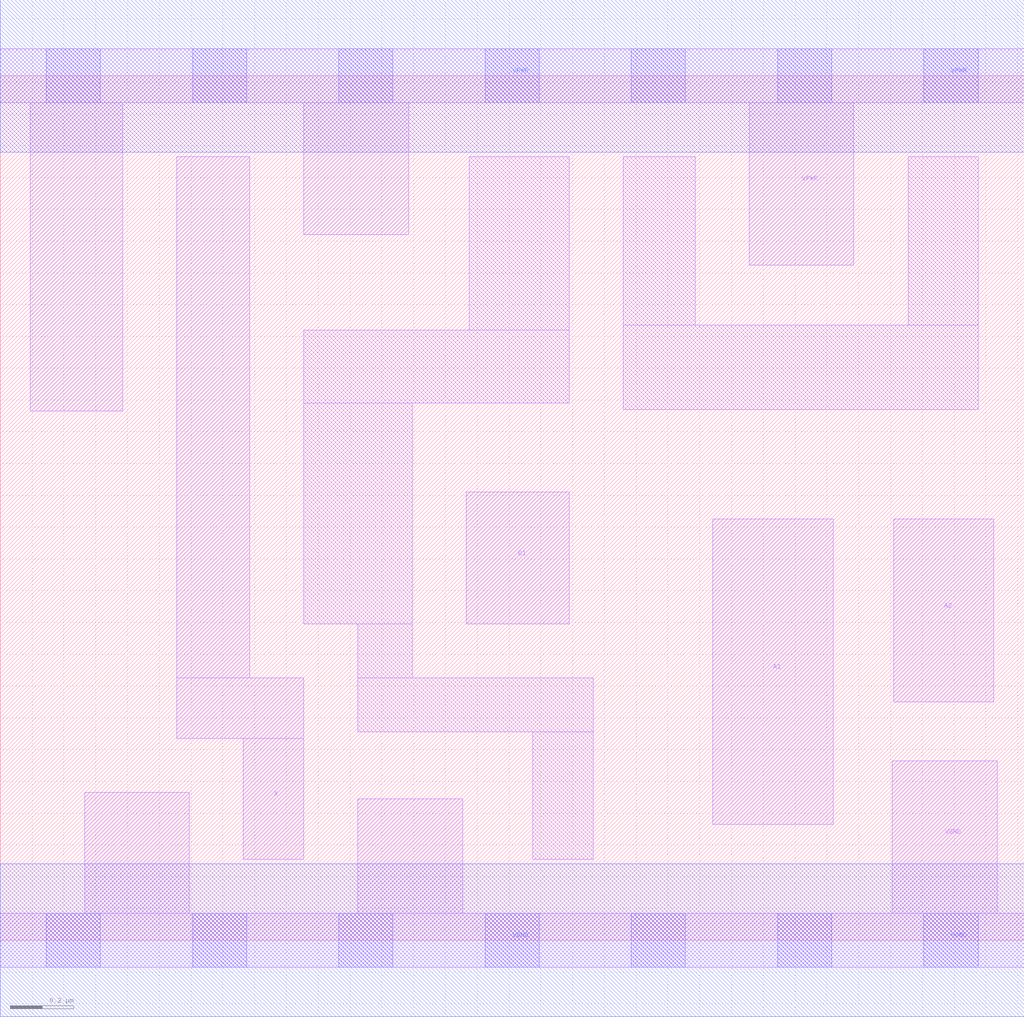
<source format=lef>
# Copyright 2020 The SkyWater PDK Authors
#
# Licensed under the Apache License, Version 2.0 (the "License");
# you may not use this file except in compliance with the License.
# You may obtain a copy of the License at
#
#     https://www.apache.org/licenses/LICENSE-2.0
#
# Unless required by applicable law or agreed to in writing, software
# distributed under the License is distributed on an "AS IS" BASIS,
# WITHOUT WARRANTIES OR CONDITIONS OF ANY KIND, either express or implied.
# See the License for the specific language governing permissions and
# limitations under the License.
#
# SPDX-License-Identifier: Apache-2.0

VERSION 5.7 ;
  NAMESCASESENSITIVE ON ;
  NOWIREEXTENSIONATPIN ON ;
  DIVIDERCHAR "/" ;
  BUSBITCHARS "[]" ;
UNITS
  DATABASE MICRONS 200 ;
END UNITS
MACRO sky130_fd_sc_hd__a21o_2
  CLASS CORE ;
  SOURCE USER ;
  FOREIGN sky130_fd_sc_hd__a21o_2 ;
  ORIGIN  0.000000  0.000000 ;
  SIZE  3.220000 BY  2.720000 ;
  SYMMETRY X Y R90 ;
  SITE unithd ;
  PIN A1
    ANTENNAGATEAREA  0.247500 ;
    DIRECTION INPUT ;
    USE SIGNAL ;
    PORT
      LAYER li1 ;
        RECT 2.240000 0.365000 2.620000 1.325000 ;
    END
  END A1
  PIN A2
    ANTENNAGATEAREA  0.247500 ;
    DIRECTION INPUT ;
    USE SIGNAL ;
    PORT
      LAYER li1 ;
        RECT 2.810000 0.750000 3.125000 1.325000 ;
    END
  END A2
  PIN B1
    ANTENNAGATEAREA  0.247500 ;
    DIRECTION INPUT ;
    USE SIGNAL ;
    PORT
      LAYER li1 ;
        RECT 1.465000 0.995000 1.790000 1.410000 ;
    END
  END B1
  PIN X
    ANTENNADIFFAREA  0.462000 ;
    DIRECTION OUTPUT ;
    USE SIGNAL ;
    PORT
      LAYER li1 ;
        RECT 0.555000 0.635000 0.955000 0.825000 ;
        RECT 0.555000 0.825000 0.785000 2.465000 ;
        RECT 0.765000 0.255000 0.955000 0.635000 ;
    END
  END X
  PIN VGND
    DIRECTION INOUT ;
    SHAPE ABUTMENT ;
    USE GROUND ;
    PORT
      LAYER li1 ;
        RECT 0.000000 -0.085000 3.220000 0.085000 ;
        RECT 0.265000  0.085000 0.595000 0.465000 ;
        RECT 1.125000  0.085000 1.455000 0.445000 ;
        RECT 2.805000  0.085000 3.135000 0.565000 ;
      LAYER mcon ;
        RECT 0.145000 -0.085000 0.315000 0.085000 ;
        RECT 0.605000 -0.085000 0.775000 0.085000 ;
        RECT 1.065000 -0.085000 1.235000 0.085000 ;
        RECT 1.525000 -0.085000 1.695000 0.085000 ;
        RECT 1.985000 -0.085000 2.155000 0.085000 ;
        RECT 2.445000 -0.085000 2.615000 0.085000 ;
        RECT 2.905000 -0.085000 3.075000 0.085000 ;
      LAYER met1 ;
        RECT 0.000000 -0.240000 3.220000 0.240000 ;
    END
  END VGND
  PIN VPWR
    DIRECTION INOUT ;
    SHAPE ABUTMENT ;
    USE POWER ;
    PORT
      LAYER li1 ;
        RECT 0.000000 2.635000 3.220000 2.805000 ;
        RECT 0.095000 1.665000 0.385000 2.635000 ;
        RECT 0.955000 2.220000 1.285000 2.635000 ;
        RECT 2.355000 2.125000 2.685000 2.635000 ;
      LAYER mcon ;
        RECT 0.145000 2.635000 0.315000 2.805000 ;
        RECT 0.605000 2.635000 0.775000 2.805000 ;
        RECT 1.065000 2.635000 1.235000 2.805000 ;
        RECT 1.525000 2.635000 1.695000 2.805000 ;
        RECT 1.985000 2.635000 2.155000 2.805000 ;
        RECT 2.445000 2.635000 2.615000 2.805000 ;
        RECT 2.905000 2.635000 3.075000 2.805000 ;
      LAYER met1 ;
        RECT 0.000000 2.480000 3.220000 2.960000 ;
    END
  END VPWR
  OBS
    LAYER li1 ;
      RECT 0.955000 0.995000 1.295000 1.690000 ;
      RECT 0.955000 1.690000 1.790000 1.920000 ;
      RECT 1.125000 0.655000 1.865000 0.825000 ;
      RECT 1.125000 0.825000 1.295000 0.995000 ;
      RECT 1.475000 1.920000 1.790000 2.465000 ;
      RECT 1.675000 0.255000 1.865000 0.655000 ;
      RECT 1.960000 1.670000 3.075000 1.935000 ;
      RECT 1.960000 1.935000 2.185000 2.465000 ;
      RECT 2.855000 1.935000 3.075000 2.465000 ;
  END
END sky130_fd_sc_hd__a21o_2

</source>
